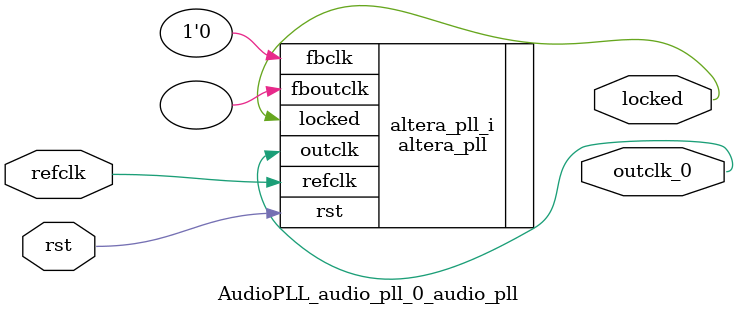
<source format=v>
`timescale 1ns/10ps
module  AudioPLL_audio_pll_0_audio_pll(

	// interface 'refclk'
	input wire refclk,

	// interface 'reset'
	input wire rst,

	// interface 'outclk0'
	output wire outclk_0,

	// interface 'locked'
	output wire locked
);

	altera_pll #(
		.fractional_vco_multiplier("false"),
		.reference_clock_frequency("50.0 MHz"),
		.operation_mode("direct"),
		.number_of_clocks(1),
		.output_clock_frequency0("12.288135 MHz"),
		.phase_shift0("0 ps"),
		.duty_cycle0(50),
		.output_clock_frequency1("0 MHz"),
		.phase_shift1("0 ps"),
		.duty_cycle1(50),
		.output_clock_frequency2("0 MHz"),
		.phase_shift2("0 ps"),
		.duty_cycle2(50),
		.output_clock_frequency3("0 MHz"),
		.phase_shift3("0 ps"),
		.duty_cycle3(50),
		.output_clock_frequency4("0 MHz"),
		.phase_shift4("0 ps"),
		.duty_cycle4(50),
		.output_clock_frequency5("0 MHz"),
		.phase_shift5("0 ps"),
		.duty_cycle5(50),
		.output_clock_frequency6("0 MHz"),
		.phase_shift6("0 ps"),
		.duty_cycle6(50),
		.output_clock_frequency7("0 MHz"),
		.phase_shift7("0 ps"),
		.duty_cycle7(50),
		.output_clock_frequency8("0 MHz"),
		.phase_shift8("0 ps"),
		.duty_cycle8(50),
		.output_clock_frequency9("0 MHz"),
		.phase_shift9("0 ps"),
		.duty_cycle9(50),
		.output_clock_frequency10("0 MHz"),
		.phase_shift10("0 ps"),
		.duty_cycle10(50),
		.output_clock_frequency11("0 MHz"),
		.phase_shift11("0 ps"),
		.duty_cycle11(50),
		.output_clock_frequency12("0 MHz"),
		.phase_shift12("0 ps"),
		.duty_cycle12(50),
		.output_clock_frequency13("0 MHz"),
		.phase_shift13("0 ps"),
		.duty_cycle13(50),
		.output_clock_frequency14("0 MHz"),
		.phase_shift14("0 ps"),
		.duty_cycle14(50),
		.output_clock_frequency15("0 MHz"),
		.phase_shift15("0 ps"),
		.duty_cycle15(50),
		.output_clock_frequency16("0 MHz"),
		.phase_shift16("0 ps"),
		.duty_cycle16(50),
		.output_clock_frequency17("0 MHz"),
		.phase_shift17("0 ps"),
		.duty_cycle17(50),
		.pll_type("General"),
		.pll_subtype("General")
	) altera_pll_i (
		.rst	(rst),
		.outclk	({outclk_0}),
		.locked	(locked),
		.fboutclk	( ),
		.fbclk	(1'b0),
		.refclk	(refclk)
	);
endmodule


</source>
